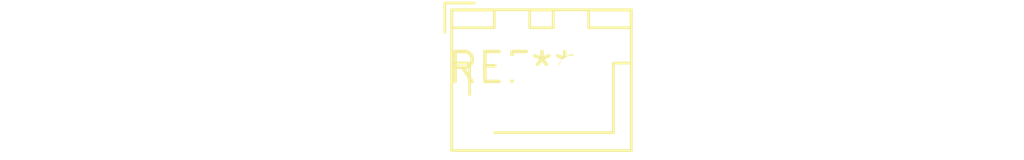
<source format=kicad_pcb>
(kicad_pcb (version 20240108) (generator pcbnew)
  (layers (0 "F.Cu" signal) (31 "B.Cu" signal) (34 "B.Paste" user) (35 "F.Paste" user) (36 "B.SilkS" user "B.Silkscreen") (37 "F.SilkS" user "F.Silkscreen") (38 "B.Mask" user) (39 "F.Mask" user) (44 "Edge.Cuts" user))
  (net 0 "")
  (footprint "JST_XH_B2B-XH-AM_1x02_P2.50mm_Vertical" (layer "F.Cu") (at 0 0)
    (property "Reference" "REF**")
    (property "Value" "JST_XH_B2B-XH-AM_1x02_P2.50mm_Vertical")
    (fp_line (start -2.85 -2.75) (end -2.85 -1.5) (layer "F.SilkS") (stroke (width 0.12)))
    (fp_line (start -2.56 -2.46) (end -2.56 3.51) (layer "F.SilkS") (stroke (width 0.12)))
    (fp_line (start -2.56 3.51) (end 5.06 3.51) (layer "F.SilkS") (stroke (width 0.12)))
    (fp_line (start -2.55 -2.45) (end -2.55 -1.7) (layer "F.SilkS") (stroke (width 0.12)))
    (fp_line (start -2.55 -1.7) (end -0.75 -1.7) (layer "F.SilkS") (stroke (width 0.12)))
    (fp_line (start -2.55 -0.2) (end -1.8 -0.2) (layer "F.SilkS") (stroke (width 0.12)))
    (fp_line (start -1.8 -0.2) (end -1.8 1.14) (layer "F.SilkS") (stroke (width 0.12)))
    (fp_line (start -1.6 -2.75) (end -2.85 -2.75) (layer "F.SilkS") (stroke (width 0.12)))
    (fp_line (start -0.75 -2.45) (end -2.55 -2.45) (layer "F.SilkS") (stroke (width 0.12)))
    (fp_line (start -0.75 -1.7) (end -0.75 -2.45) (layer "F.SilkS") (stroke (width 0.12)))
    (fp_line (start 0.75 -2.45) (end 0.75 -1.7) (layer "F.SilkS") (stroke (width 0.12)))
    (fp_line (start 0.75 -1.7) (end 1.75 -1.7) (layer "F.SilkS") (stroke (width 0.12)))
    (fp_line (start 1.25 2.75) (end -0.74 2.75) (layer "F.SilkS") (stroke (width 0.12)))
    (fp_line (start 1.75 -2.45) (end 0.75 -2.45) (layer "F.SilkS") (stroke (width 0.12)))
    (fp_line (start 1.75 -1.7) (end 1.75 -2.45) (layer "F.SilkS") (stroke (width 0.12)))
    (fp_line (start 3.25 -2.45) (end 3.25 -1.7) (layer "F.SilkS") (stroke (width 0.12)))
    (fp_line (start 3.25 -1.7) (end 5.05 -1.7) (layer "F.SilkS") (stroke (width 0.12)))
    (fp_line (start 4.3 -0.2) (end 4.3 2.75) (layer "F.SilkS") (stroke (width 0.12)))
    (fp_line (start 4.3 2.75) (end 1.25 2.75) (layer "F.SilkS") (stroke (width 0.12)))
    (fp_line (start 5.05 -2.45) (end 3.25 -2.45) (layer "F.SilkS") (stroke (width 0.12)))
    (fp_line (start 5.05 -1.7) (end 5.05 -2.45) (layer "F.SilkS") (stroke (width 0.12)))
    (fp_line (start 5.05 -0.2) (end 4.3 -0.2) (layer "F.SilkS") (stroke (width 0.12)))
    (fp_line (start 5.06 -2.46) (end -2.56 -2.46) (layer "F.SilkS") (stroke (width 0.12)))
    (fp_line (start 5.06 3.51) (end 5.06 -2.46) (layer "F.SilkS") (stroke (width 0.12)))
    (pad "" np_thru_hole circle (at -1.6 2) (size 1.2 1.2) (drill 1.2) (layers *.Cu *.Mask))
    (pad "1" thru_hole roundrect (at 0 0) (size 1.7 2) (drill 1) (layers *.Cu *.Mask) (remove_unused_layers) (roundrect_rratio 0.147059))
    (pad "2" thru_hole oval (at 2.5 0) (size 1.7 2) (drill 1) (layers *.Cu *.Mask) (remove_unused_layers))
  )
)
</source>
